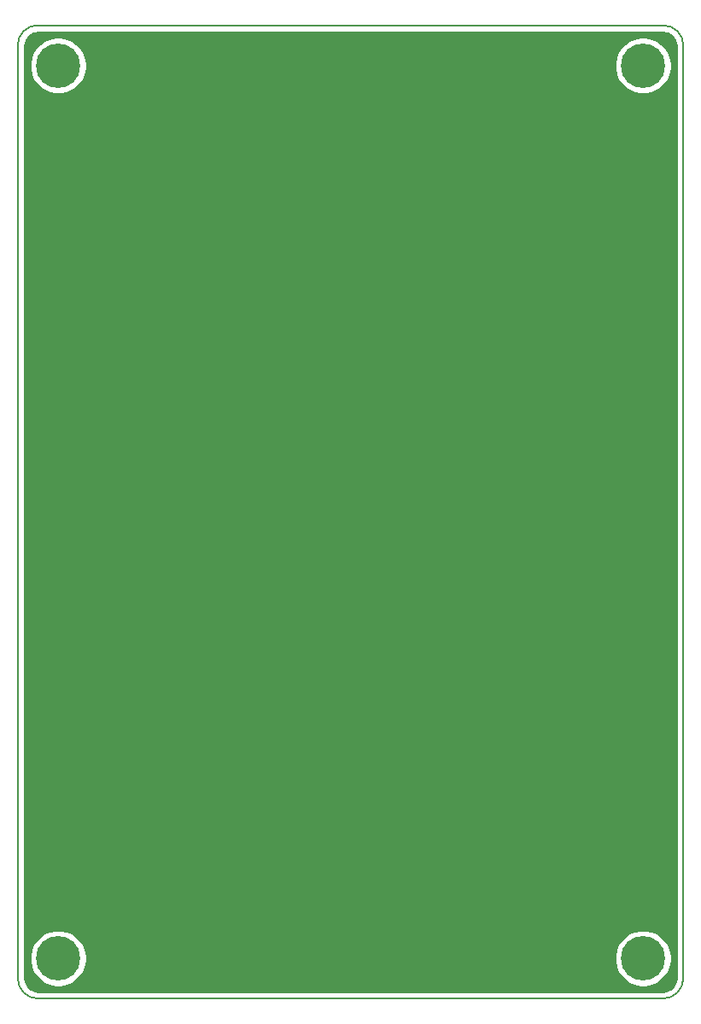
<source format=gbr>
%TF.GenerationSoftware,KiCad,Pcbnew,5.1.10-88a1d61d58~88~ubuntu21.04.1*%
%TF.CreationDate,2021-07-07T15:16:20+02:00*%
%TF.ProjectId,USBaspDualZif-bottom,55534261-7370-4447-9561-6c5a69662d62,V1.0*%
%TF.SameCoordinates,Original*%
%TF.FileFunction,Copper,L2,Bot*%
%TF.FilePolarity,Positive*%
%FSLAX46Y46*%
G04 Gerber Fmt 4.6, Leading zero omitted, Abs format (unit mm)*
G04 Created by KiCad (PCBNEW 5.1.10-88a1d61d58~88~ubuntu21.04.1) date 2021-07-07 15:16:20*
%MOMM*%
%LPD*%
G01*
G04 APERTURE LIST*
%TA.AperFunction,Profile*%
%ADD10C,0.200000*%
%TD*%
%TA.AperFunction,ComponentPad*%
%ADD11C,4.400000*%
%TD*%
%TA.AperFunction,NonConductor*%
%ADD12C,0.254000*%
%TD*%
%TA.AperFunction,NonConductor*%
%ADD13C,0.150000*%
%TD*%
G04 APERTURE END LIST*
D10*
X48821500Y-58418500D02*
G75*
G03*
X46821500Y-60418500I0J-2000000D01*
G01*
X46821500Y-152917500D02*
G75*
G03*
X48821500Y-154917500I2000000J0D01*
G01*
X110823500Y-154916000D02*
G75*
G03*
X112823500Y-152916000I0J2000000D01*
G01*
X112823500Y-60420000D02*
G75*
G03*
X110823500Y-58420000I-2000000J0D01*
G01*
X46821500Y-152917500D02*
X46821500Y-60418500D01*
X110823500Y-154916000D02*
X48821500Y-154917500D01*
X112823500Y-60420000D02*
X112823500Y-152916000D01*
X48821500Y-58418500D02*
X110823500Y-58420000D01*
D11*
X108826000Y-150923500D03*
X50826000Y-150923500D03*
X108826000Y-62423500D03*
X50826000Y-62423500D03*
D12*
X110787535Y-59154998D02*
X111068521Y-59182549D01*
X111304212Y-59253708D01*
X111521589Y-59369291D01*
X111712379Y-59524895D01*
X111869311Y-59714593D01*
X111986406Y-59931157D01*
X112059209Y-60166344D01*
X112088500Y-60445028D01*
X112088501Y-152880043D01*
X112060951Y-153161021D01*
X111989791Y-153396712D01*
X111874211Y-153614088D01*
X111718604Y-153804879D01*
X111528908Y-153961811D01*
X111312343Y-154078906D01*
X111077156Y-154151709D01*
X110798458Y-154181001D01*
X48857439Y-154182499D01*
X48576479Y-154154951D01*
X48340788Y-154083791D01*
X48123412Y-153968211D01*
X47932621Y-153812604D01*
X47775689Y-153622908D01*
X47658594Y-153406343D01*
X47585791Y-153171156D01*
X47556500Y-152892472D01*
X47556500Y-150644277D01*
X47991000Y-150644277D01*
X47991000Y-151202723D01*
X48099948Y-151750439D01*
X48313656Y-152266376D01*
X48623912Y-152730707D01*
X49018793Y-153125588D01*
X49483124Y-153435844D01*
X49999061Y-153649552D01*
X50546777Y-153758500D01*
X51105223Y-153758500D01*
X51652939Y-153649552D01*
X52168876Y-153435844D01*
X52633207Y-153125588D01*
X53028088Y-152730707D01*
X53338344Y-152266376D01*
X53552052Y-151750439D01*
X53661000Y-151202723D01*
X53661000Y-150644277D01*
X105991000Y-150644277D01*
X105991000Y-151202723D01*
X106099948Y-151750439D01*
X106313656Y-152266376D01*
X106623912Y-152730707D01*
X107018793Y-153125588D01*
X107483124Y-153435844D01*
X107999061Y-153649552D01*
X108546777Y-153758500D01*
X109105223Y-153758500D01*
X109652939Y-153649552D01*
X110168876Y-153435844D01*
X110633207Y-153125588D01*
X111028088Y-152730707D01*
X111338344Y-152266376D01*
X111552052Y-151750439D01*
X111661000Y-151202723D01*
X111661000Y-150644277D01*
X111552052Y-150096561D01*
X111338344Y-149580624D01*
X111028088Y-149116293D01*
X110633207Y-148721412D01*
X110168876Y-148411156D01*
X109652939Y-148197448D01*
X109105223Y-148088500D01*
X108546777Y-148088500D01*
X107999061Y-148197448D01*
X107483124Y-148411156D01*
X107018793Y-148721412D01*
X106623912Y-149116293D01*
X106313656Y-149580624D01*
X106099948Y-150096561D01*
X105991000Y-150644277D01*
X53661000Y-150644277D01*
X53552052Y-150096561D01*
X53338344Y-149580624D01*
X53028088Y-149116293D01*
X52633207Y-148721412D01*
X52168876Y-148411156D01*
X51652939Y-148197448D01*
X51105223Y-148088500D01*
X50546777Y-148088500D01*
X49999061Y-148197448D01*
X49483124Y-148411156D01*
X49018793Y-148721412D01*
X48623912Y-149116293D01*
X48313656Y-149580624D01*
X48099948Y-150096561D01*
X47991000Y-150644277D01*
X47556500Y-150644277D01*
X47556500Y-62144277D01*
X47991000Y-62144277D01*
X47991000Y-62702723D01*
X48099948Y-63250439D01*
X48313656Y-63766376D01*
X48623912Y-64230707D01*
X49018793Y-64625588D01*
X49483124Y-64935844D01*
X49999061Y-65149552D01*
X50546777Y-65258500D01*
X51105223Y-65258500D01*
X51652939Y-65149552D01*
X52168876Y-64935844D01*
X52633207Y-64625588D01*
X53028088Y-64230707D01*
X53338344Y-63766376D01*
X53552052Y-63250439D01*
X53661000Y-62702723D01*
X53661000Y-62144277D01*
X105991000Y-62144277D01*
X105991000Y-62702723D01*
X106099948Y-63250439D01*
X106313656Y-63766376D01*
X106623912Y-64230707D01*
X107018793Y-64625588D01*
X107483124Y-64935844D01*
X107999061Y-65149552D01*
X108546777Y-65258500D01*
X109105223Y-65258500D01*
X109652939Y-65149552D01*
X110168876Y-64935844D01*
X110633207Y-64625588D01*
X111028088Y-64230707D01*
X111338344Y-63766376D01*
X111552052Y-63250439D01*
X111661000Y-62702723D01*
X111661000Y-62144277D01*
X111552052Y-61596561D01*
X111338344Y-61080624D01*
X111028088Y-60616293D01*
X110633207Y-60221412D01*
X110168876Y-59911156D01*
X109652939Y-59697448D01*
X109105223Y-59588500D01*
X108546777Y-59588500D01*
X107999061Y-59697448D01*
X107483124Y-59911156D01*
X107018793Y-60221412D01*
X106623912Y-60616293D01*
X106313656Y-61080624D01*
X106099948Y-61596561D01*
X105991000Y-62144277D01*
X53661000Y-62144277D01*
X53552052Y-61596561D01*
X53338344Y-61080624D01*
X53028088Y-60616293D01*
X52633207Y-60221412D01*
X52168876Y-59911156D01*
X51652939Y-59697448D01*
X51105223Y-59588500D01*
X50546777Y-59588500D01*
X49999061Y-59697448D01*
X49483124Y-59911156D01*
X49018793Y-60221412D01*
X48623912Y-60616293D01*
X48313656Y-61080624D01*
X48099948Y-61596561D01*
X47991000Y-62144277D01*
X47556500Y-62144277D01*
X47556500Y-60454447D01*
X47584049Y-60173479D01*
X47655208Y-59937788D01*
X47770791Y-59720411D01*
X47926395Y-59529621D01*
X48116093Y-59372689D01*
X48332657Y-59255594D01*
X48567844Y-59182791D01*
X48846523Y-59153500D01*
X110787535Y-59154998D01*
%TA.AperFunction,NonConductor*%
D13*
G36*
X110787535Y-59154998D02*
G01*
X111068521Y-59182549D01*
X111304212Y-59253708D01*
X111521589Y-59369291D01*
X111712379Y-59524895D01*
X111869311Y-59714593D01*
X111986406Y-59931157D01*
X112059209Y-60166344D01*
X112088500Y-60445028D01*
X112088501Y-152880043D01*
X112060951Y-153161021D01*
X111989791Y-153396712D01*
X111874211Y-153614088D01*
X111718604Y-153804879D01*
X111528908Y-153961811D01*
X111312343Y-154078906D01*
X111077156Y-154151709D01*
X110798458Y-154181001D01*
X48857439Y-154182499D01*
X48576479Y-154154951D01*
X48340788Y-154083791D01*
X48123412Y-153968211D01*
X47932621Y-153812604D01*
X47775689Y-153622908D01*
X47658594Y-153406343D01*
X47585791Y-153171156D01*
X47556500Y-152892472D01*
X47556500Y-150644277D01*
X47991000Y-150644277D01*
X47991000Y-151202723D01*
X48099948Y-151750439D01*
X48313656Y-152266376D01*
X48623912Y-152730707D01*
X49018793Y-153125588D01*
X49483124Y-153435844D01*
X49999061Y-153649552D01*
X50546777Y-153758500D01*
X51105223Y-153758500D01*
X51652939Y-153649552D01*
X52168876Y-153435844D01*
X52633207Y-153125588D01*
X53028088Y-152730707D01*
X53338344Y-152266376D01*
X53552052Y-151750439D01*
X53661000Y-151202723D01*
X53661000Y-150644277D01*
X105991000Y-150644277D01*
X105991000Y-151202723D01*
X106099948Y-151750439D01*
X106313656Y-152266376D01*
X106623912Y-152730707D01*
X107018793Y-153125588D01*
X107483124Y-153435844D01*
X107999061Y-153649552D01*
X108546777Y-153758500D01*
X109105223Y-153758500D01*
X109652939Y-153649552D01*
X110168876Y-153435844D01*
X110633207Y-153125588D01*
X111028088Y-152730707D01*
X111338344Y-152266376D01*
X111552052Y-151750439D01*
X111661000Y-151202723D01*
X111661000Y-150644277D01*
X111552052Y-150096561D01*
X111338344Y-149580624D01*
X111028088Y-149116293D01*
X110633207Y-148721412D01*
X110168876Y-148411156D01*
X109652939Y-148197448D01*
X109105223Y-148088500D01*
X108546777Y-148088500D01*
X107999061Y-148197448D01*
X107483124Y-148411156D01*
X107018793Y-148721412D01*
X106623912Y-149116293D01*
X106313656Y-149580624D01*
X106099948Y-150096561D01*
X105991000Y-150644277D01*
X53661000Y-150644277D01*
X53552052Y-150096561D01*
X53338344Y-149580624D01*
X53028088Y-149116293D01*
X52633207Y-148721412D01*
X52168876Y-148411156D01*
X51652939Y-148197448D01*
X51105223Y-148088500D01*
X50546777Y-148088500D01*
X49999061Y-148197448D01*
X49483124Y-148411156D01*
X49018793Y-148721412D01*
X48623912Y-149116293D01*
X48313656Y-149580624D01*
X48099948Y-150096561D01*
X47991000Y-150644277D01*
X47556500Y-150644277D01*
X47556500Y-62144277D01*
X47991000Y-62144277D01*
X47991000Y-62702723D01*
X48099948Y-63250439D01*
X48313656Y-63766376D01*
X48623912Y-64230707D01*
X49018793Y-64625588D01*
X49483124Y-64935844D01*
X49999061Y-65149552D01*
X50546777Y-65258500D01*
X51105223Y-65258500D01*
X51652939Y-65149552D01*
X52168876Y-64935844D01*
X52633207Y-64625588D01*
X53028088Y-64230707D01*
X53338344Y-63766376D01*
X53552052Y-63250439D01*
X53661000Y-62702723D01*
X53661000Y-62144277D01*
X105991000Y-62144277D01*
X105991000Y-62702723D01*
X106099948Y-63250439D01*
X106313656Y-63766376D01*
X106623912Y-64230707D01*
X107018793Y-64625588D01*
X107483124Y-64935844D01*
X107999061Y-65149552D01*
X108546777Y-65258500D01*
X109105223Y-65258500D01*
X109652939Y-65149552D01*
X110168876Y-64935844D01*
X110633207Y-64625588D01*
X111028088Y-64230707D01*
X111338344Y-63766376D01*
X111552052Y-63250439D01*
X111661000Y-62702723D01*
X111661000Y-62144277D01*
X111552052Y-61596561D01*
X111338344Y-61080624D01*
X111028088Y-60616293D01*
X110633207Y-60221412D01*
X110168876Y-59911156D01*
X109652939Y-59697448D01*
X109105223Y-59588500D01*
X108546777Y-59588500D01*
X107999061Y-59697448D01*
X107483124Y-59911156D01*
X107018793Y-60221412D01*
X106623912Y-60616293D01*
X106313656Y-61080624D01*
X106099948Y-61596561D01*
X105991000Y-62144277D01*
X53661000Y-62144277D01*
X53552052Y-61596561D01*
X53338344Y-61080624D01*
X53028088Y-60616293D01*
X52633207Y-60221412D01*
X52168876Y-59911156D01*
X51652939Y-59697448D01*
X51105223Y-59588500D01*
X50546777Y-59588500D01*
X49999061Y-59697448D01*
X49483124Y-59911156D01*
X49018793Y-60221412D01*
X48623912Y-60616293D01*
X48313656Y-61080624D01*
X48099948Y-61596561D01*
X47991000Y-62144277D01*
X47556500Y-62144277D01*
X47556500Y-60454447D01*
X47584049Y-60173479D01*
X47655208Y-59937788D01*
X47770791Y-59720411D01*
X47926395Y-59529621D01*
X48116093Y-59372689D01*
X48332657Y-59255594D01*
X48567844Y-59182791D01*
X48846523Y-59153500D01*
X110787535Y-59154998D01*
G37*
%TD.AperFunction*%
M02*

</source>
